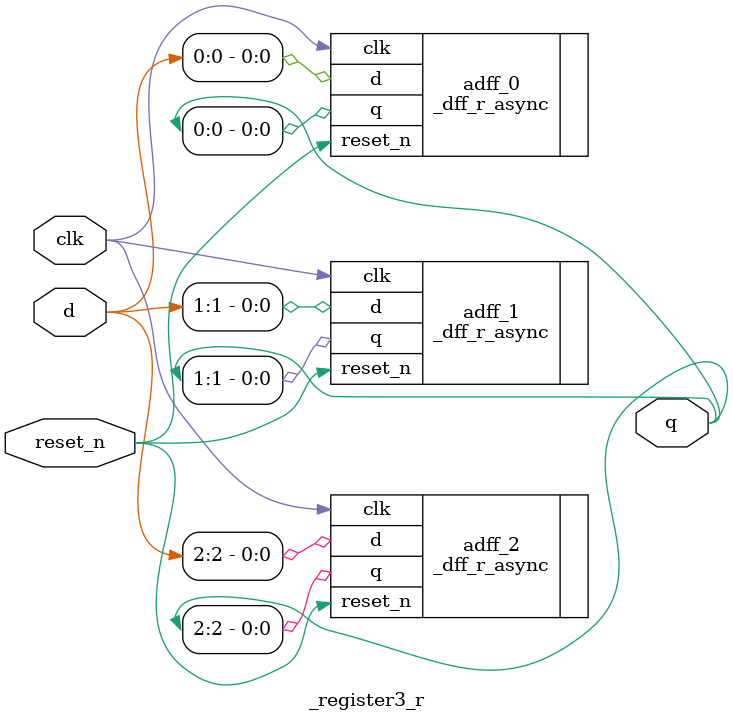
<source format=v>
module _register3_r(clk, reset_n, d, q); //3-bits register
  input clk, reset_n;
  input [2:0] d;
  output [2:0] q;
  
  //instance
  _dff_r_async adff_0(.clk(clk), .reset_n(reset_n), .d(d[0]), .q(q[0]));
  _dff_r_async adff_1(.clk(clk), .reset_n(reset_n), .d(d[1]), .q(q[1]));
  _dff_r_async adff_2(.clk(clk), .reset_n(reset_n), .d(d[2]), .q(q[2]));
  
endmodule

</source>
